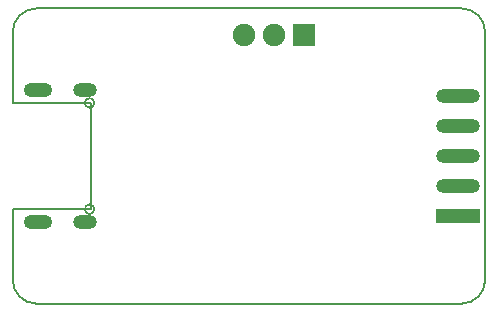
<source format=gbs>
G04*
G04 #@! TF.GenerationSoftware,Altium Limited,Altium Designer,18.1.9 (240)*
G04*
G04 Layer_Color=16711935*
%FSLAX25Y25*%
%MOIN*%
G70*
G01*
G75*
%ADD15C,0.00600*%
%ADD18C,0.00500*%
%ADD47O,0.14580X0.04816*%
%ADD48R,0.14580X0.04816*%
%ADD59O,0.09461X0.04737*%
%ADD60O,0.07887X0.04737*%
%ADD61R,0.07493X0.07493*%
%ADD62C,0.07493*%
D15*
X149606Y0D02*
G03*
X157480Y7874I0J7874D01*
G01*
X0D02*
G03*
X7874Y0I7874J0D01*
G01*
Y98425D02*
G03*
X0Y90551I0J-7874D01*
G01*
X157480D02*
G03*
X149606Y98425I-7874J0D01*
G01*
X0Y7874D02*
Y31496D01*
Y66929D02*
Y90551D01*
X7874Y98425D02*
X149606Y98425D01*
X157480Y7874D02*
Y90551D01*
X7874Y0D02*
X149606D01*
D18*
X27165Y66929D02*
G03*
X27165Y66929I-1575J0D01*
G01*
Y31496D02*
G03*
X27165Y31496I-1575J0D01*
G01*
X0D02*
X25984D01*
Y66929D01*
X0D02*
X25984D01*
D47*
X148500Y59213D02*
D03*
Y39213D02*
D03*
Y49213D02*
D03*
Y69213D02*
D03*
D48*
Y29213D02*
D03*
D59*
X8268Y27264D02*
D03*
Y71161D02*
D03*
D60*
X24016Y27264D02*
D03*
Y71161D02*
D03*
D61*
X97000Y89500D02*
D03*
D62*
X87000D02*
D03*
X77000D02*
D03*
M02*

</source>
